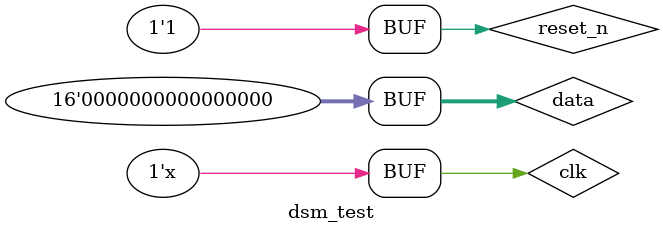
<source format=v>
module dsm_test();

	reg		clk, reset_n;
	reg	[15:0]	data;
	wire		outsignal, rdreq;

dsm dsm(
	.clk(clk),
	.reset_n(reset_n),
	.data_in(data),
	.outsignal(outsignal),
	.rdreq(rdreq));

parameter CLOCK = 2;

initial
begin
	clk <= 0;
	reset_n <= 0;
	data <= 0;
#50
	reset_n <= 1;
	data <= 16'sd456;
#5000
	data <= 16'sd10000;
#5000
	data <= 16'sd30000;
#5000
	data <= 16'sh80F0;
#5000
	data <= 0;
end

always #(CLOCK / 2) clk <= ~clk;

endmodule

</source>
